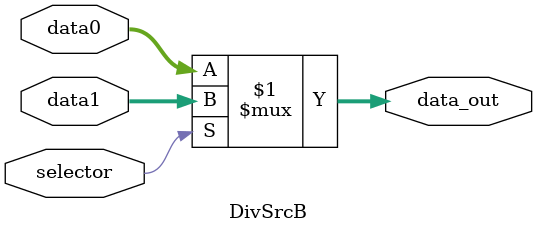
<source format=v>
module DivSrcB (
    input wire selector,
    input wire [31:0] data0,
    input wire [31:0] data1,

    output wire [31:0] data_out
);

    assign data_out = (selector) ? data1 : data0;

endmodule
</source>
